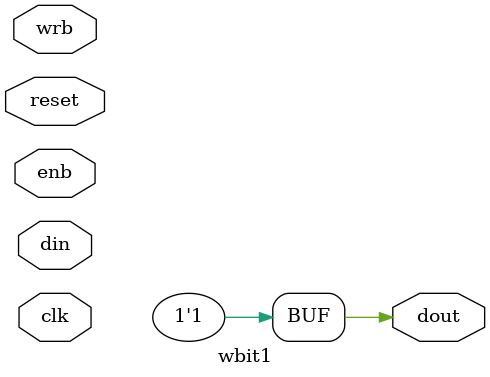
<source format=v>

module wbit1(
input wire clk,
input wire wrb,
input wire reset,
input wire enb,
input wire din,
output reg dout
);




wire foo;

  always @(clk) begin
    dout <= 1'b1;
  end


endmodule

</source>
